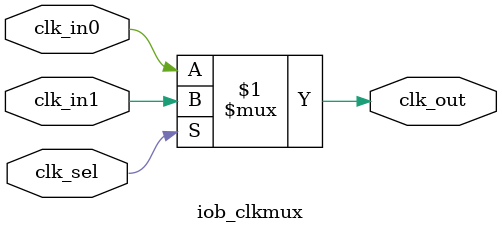
<source format=v>
/*****************************************************************************

  Description: Clock Wrapper

  Copyright (C) 2020 IObundle, Lda  All rights reserved

******************************************************************************/
`timescale 1ns / 1ps

module iob_clkmux
  (
   input  clk_in0,
   input  clk_in1,
   input  clk_sel,
   output clk_out
   );

`ifdef XILINX
   BUFGMUX
     #(
       .CLK_SEL_TYPE("ASYNC")
	   )
   BUFGMUX_inst
     (
	  .I0(clk_in0), 
	  .I1(clk_in1), 
	  .S(clk_sel), 
	  .O(clk_out)
	  );
`else
   assign clk_out = clk_sel ? clk_in1 : clk_in0;
`endif

endmodule

</source>
